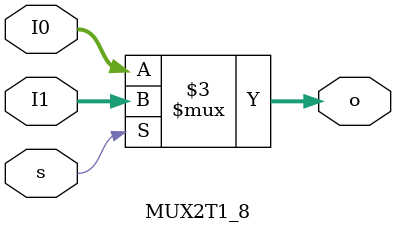
<source format=v>
`timescale 1ns / 1ps
module MUX2T1_8(input[7:0] I0,
					input [7:0] I1,
					input s,
					output reg [7:0] o
    );
	always @ (I0 or I1 or s)
	if (s)
		 o  = I1;
		else
		  o  = I0;

endmodule

</source>
